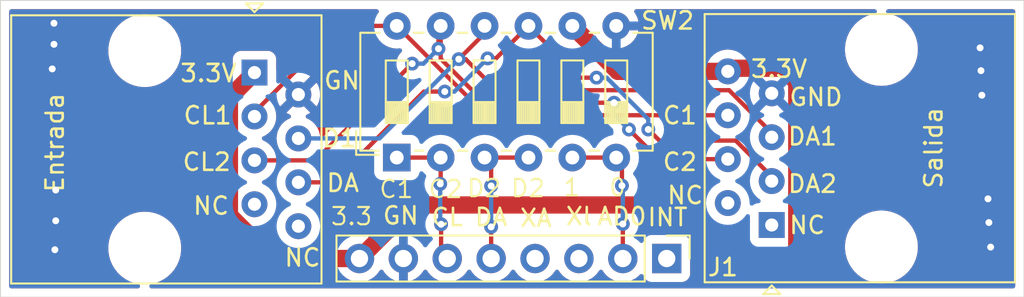
<source format=kicad_pcb>
(kicad_pcb (version 20211014) (generator pcbnew)
  (layers (0 "F.Cu" signal) (31 "B.Cu" signal) (34 "B.Paste" user) (35 "F.Paste" user) (36 "B.SilkS" user "B.Silkscreen") (37 "F.SilkS" user "F.Silkscreen") (38 "B.Mask" user) (39 "F.Mask" user) (44 "Edge.Cuts" user))
  (net 0 "")
  (net 1 "+3V3")
  (net 2 "GND")
  (net 3 "Net-(Entrada1-Pad3)")
  (net 4 "Net-(Entrada1-Pad4)")
  (net 5 "Net-(Entrada1-Pad5)")
  (net 6 "Net-(Entrada1-Pad6)")
  (net 10 "Net-(J1-Pad2)")
  (net 13 "Net-(J1-Pad5)")
  (net 14 "Net-(J1-Pad6)")
  (footprint "Connector_RJ:RJ45_Amphenol_54602-x08_Horizontal" (layer "F.Cu") (at 105.644 58.7655 90)
    (fp_text reference "Salida" (at 4.4603 9.3672 90) (layer "F.SilkS"))
    (fp_text value "RJ45")
    (fp_line (start -3.315 14.08) (end 12.205 14.08) (layer "F.SilkS") (width 0.12))
    (fp_line (start 12.205 -3.88) (end 12.205 14.08) (layer "F.SilkS") (width 0.12))
    (fp_line (start -3.5 0) (end -4 -0.5) (layer "F.SilkS") (width 0.12))
    (fp_line (start -4 0.5) (end -3.5 0) (layer "F.SilkS") (width 0.12))
    (fp_line (start -4 -0.5) (end -4 0.5) (layer "F.SilkS") (width 0.12))
    (fp_line (start -3.315 -3.88) (end -3.315 14.08) (layer "F.SilkS") (width 0.12))
    (fp_line (start 12.205 -3.88) (end -3.315 -3.88) (layer "F.SilkS") (width 0.12))
    (pad "" np_thru_hole circle (at -1.27 6.35 90) (size 3.2 3.2) (drill 3.2) (layers *.Cu *.Mask))
    (pad "" np_thru_hole circle (at 10.16 6.35 90) (size 3.2 3.2) (drill 3.2) (layers *.Cu *.Mask))
    (pad "1" thru_hole rect (at 0 0 90) (size 1.5 1.5) (drill 0.76) (layers *.Cu *.Mask))
    (pad "2" thru_hole circle (at 1.27 -2.54 90) (size 1.5 1.5) (drill 0.76) (layers *.Cu *.Mask))
    (pad "3" thru_hole circle (at 2.54 0 90) (size 1.5 1.5) (drill 0.76) (layers *.Cu *.Mask) (net 6 "Net-(Entrada1-Pad6)"))
    (pad "4" thru_hole circle (at 3.81 -2.54 90) (size 1.5 1.5) (drill 0.76) (layers *.Cu *.Mask) (net 5 "Net-(Entrada1-Pad5)"))
    (pad "5" thru_hole circle (at 5.08 0 90) (size 1.5 1.5) (drill 0.76) (layers *.Cu *.Mask) (net 4 "Net-(Entrada1-Pad4)"))
    (pad "6" thru_hole circle (at 6.35 -2.54 90) (size 1.5 1.5) (drill 0.76) (layers *.Cu *.Mask) (net 3 "Net-(Entrada1-Pad3)"))
    (pad "7" thru_hole circle (at 7.62 0 90) (size 1.5 1.5) (drill 0.76) (layers *.Cu *.Mask) (net 2 "GND"))
    (pad "8" thru_hole circle (at 8.89 -2.54 90) (size 1.5 1.5) (drill 0.76) (layers *.Cu *.Mask) (net 1 "+3V3"))
  )
  (footprint "Connector_RJ:RJ45_Amphenol_54602-x08_Horizontal" (layer "F.Cu") (at 75.712 49.9465 -90)
    (fp_text reference "Entrada" (at 4.0539 11.5516 90) (layer "F.SilkS"))
    (fp_text value "RJ45")
    (fp_line (start -4 -0.5) (end -4 0.5) (layer "F.SilkS") (width 0.12))
    (fp_line (start 12.205 -3.88) (end -3.315 -3.88) (layer "F.SilkS") (width 0.12))
    (fp_line (start -3.315 14.08) (end 12.205 14.08) (layer "F.SilkS") (width 0.12))
    (fp_line (start -3.315 -3.88) (end -3.315 14.08) (layer "F.SilkS") (width 0.12))
    (fp_line (start 12.205 -3.88) (end 12.205 14.08) (layer "F.SilkS") (width 0.12))
    (fp_line (start -3.5 0) (end -4 -0.5) (layer "F.SilkS") (width 0.12))
    (fp_line (start -4 0.5) (end -3.5 0) (layer "F.SilkS") (width 0.12))
    (pad "" np_thru_hole circle (at -1.27 6.35 270) (size 3.2 3.2) (drill 3.2) (layers *.Cu *.Mask))
    (pad "" np_thru_hole circle (at 10.16 6.35 270) (size 3.2 3.2) (drill 3.2) (layers *.Cu *.Mask))
    (pad "1" thru_hole rect (at 0 0 270) (size 1.5 1.5) (drill 0.76) (layers *.Cu *.Mask) (net 1 "+3V3"))
    (pad "2" thru_hole circle (at 1.27 -2.54 270) (size 1.5 1.5) (drill 0.76) (layers *.Cu *.Mask) (net 2 "GND"))
    (pad "3" thru_hole circle (at 2.54 0 270) (size 1.5 1.5) (drill 0.76) (layers *.Cu *.Mask) (net 3 "Net-(Entrada1-Pad3)"))
    (pad "4" thru_hole circle (at 3.81 -2.54 270) (size 1.5 1.5) (drill 0.76) (layers *.Cu *.Mask) (net 4 "Net-(Entrada1-Pad4)"))
    (pad "5" thru_hole circle (at 5.08 0 270) (size 1.5 1.5) (drill 0.76) (layers *.Cu *.Mask) (net 5 "Net-(Entrada1-Pad5)"))
    (pad "6" thru_hole circle (at 6.35 -2.54 270) (size 1.5 1.5) (drill 0.76) (layers *.Cu *.Mask) (net 6 "Net-(Entrada1-Pad6)"))
    (pad "7" thru_hole circle (at 7.62 0 270) (size 1.5 1.5) (drill 0.76) (layers *.Cu *.Mask))
    (pad "8" thru_hole circle (at 8.89 -2.54 270) (size 1.5 1.5) (drill 0.76) (layers *.Cu *.Mask))
  )
  (footprint "Connector_PinHeader_2.54mm:PinHeader_1x08_P2.54mm_Vertical" (layer "F.Cu") (at 99.568 60.706 -90)
    (fp_text reference "J1" (at 0.508 -3.2512) (layer "F.SilkS"))
    (fp_text value "Conn_01x08_Female")
    (fp_line (start -1.33 1.27) (end -1.33 19.11) (layer "F.SilkS") (width 0.12))
    (fp_line (start -1.33 0) (end -1.33 -1.33) (layer "F.SilkS") (width 0.12))
    (fp_line (start 1.33 1.27) (end 1.33 19.11) (layer "F.SilkS") (width 0.12))
    (fp_line (start -1.33 -1.33) (end 0 -1.33) (layer "F.SilkS") (width 0.12))
    (fp_line (start -1.33 1.27) (end 1.33 1.27) (layer "F.SilkS") (width 0.12))
    (fp_line (start -1.33 19.11) (end 1.33 19.11) (layer "F.SilkS") (width 0.12))
    (pad "1" thru_hole rect (at 0 0 270) (size 1.7 1.7) (drill 1) (layers *.Cu *.Mask))
    (pad "2" thru_hole oval (at 0 2.54 270) (size 1.7 1.7) (drill 1) (layers *.Cu *.Mask) (net 10 "Net-(J1-Pad2)"))
    (pad "3" thru_hole oval (at 0 5.08 270) (size 1.7 1.7) (drill 1) (layers *.Cu *.Mask))
    (pad "4" thru_hole oval (at 0 7.62 270) (size 1.7 1.7) (drill 1) (layers *.Cu *.Mask))
    (pad "5" thru_hole oval (at 0 10.16 270) (size 1.7 1.7) (drill 1) (layers *.Cu *.Mask) (net 13 "Net-(J1-Pad5)"))
    (pad "6" thru_hole oval (at 0 12.7 270) (size 1.7 1.7) (drill 1) (layers *.Cu *.Mask) (net 14 "Net-(J1-Pad6)"))
    (pad "7" thru_hole oval (at 0 15.24 270) (size 1.7 1.7) (drill 1) (layers *.Cu *.Mask) (net 2 "GND"))
    (pad "8" thru_hole oval (at 0 17.78 270) (size 1.7 1.7) (drill 1) (layers *.Cu *.Mask) (net 1 "+3V3"))
  )
  (footprint "Button_Switch_THT:SW_DIP_SPSTx06_Slide_6.7x16.8mm_W7.62mm_P2.54mm_LowProfile" (layer "F.Cu") (at 83.947 54.864 90)
    (fp_text reference "SW2" (at 7.9248 15.6718 180) (layer "F.SilkS"))
    (fp_text value "SW_DIP_x06")
    (fp_line (start 2 4.925) (end 3.206667 4.925) (layer "F.SilkS") (width 0.12))
    (fp_line (start 2 10.795) (end 5.62 10.795) (layer "F.SilkS") (width 0.12))
    (fp_line (start 2 5.405) (end 3.206667 5.405) (layer "F.SilkS") (width 0.12))
    (fp_line (start 2 9.645) (end 3.206667 9.645) (layer "F.SilkS") (width 0.12))
    (fp_line (start 2 7.345) (end 3.206667 7.345) (layer "F.SilkS") (width 0.12))
    (fp_line (start 2 2.985) (end 3.206667 2.985) (layer "F.SilkS") (width 0.12))
    (fp_line (start 2 -0.395) (end 3.206667 -0.395) (layer "F.SilkS") (width 0.12))
    (fp_line (start 2 7.945) (end 3.206667 7.945) (layer "F.SilkS") (width 0.12))
    (fp_line (start 2 -0.155) (end 3.206667 -0.155) (layer "F.SilkS") (width 0.12))
    (fp_line (start 2 7.825) (end 3.206667 7.825) (layer "F.SilkS") (width 0.12))
    (fp_line (start 7.221 11.15) (end 7.221 11.71) (layer "F.SilkS") (width 0.12))
    (fp_line (start 2 7.705) (end 3.206667 7.705) (layer "F.SilkS") (width 0.12))
    (fp_line (start 2 2.025) (end 3.206667 2.025) (layer "F.SilkS") (width 0.12))
    (fp_line (start 2 8.065) (end 3.206667 8.065) (layer "F.SilkS") (width 0.12))
    (fp_line (start 2 10.725) (end 3.206667 10.725) (layer "F.SilkS") (width 0.12))
    (fp_line (start 2 5.285) (end 3.206667 5.285) (layer "F.SilkS") (width 0.12))
    (fp_line (start 2 9.765) (end 3.206667 9.765) (layer "F.SilkS") (width 0.12))
    (fp_line (start 2 -0.275) (end 3.206667 -0.275) (layer "F.SilkS") (width 0.12))
    (fp_line (start 2 2.265) (end 3.206667 2.265) (layer "F.SilkS") (width 0.12))
    (fp_line (start 3.206667 6.985) (end 3.206667 8.255) (layer "F.SilkS") (width 0.12))
    (fp_line (start 2 13.025) (end 3.206667 13.025) (layer "F.SilkS") (width 0.12))
    (fp_line (start 2 5.645) (end 3.206667 5.645) (layer "F.SilkS") (width 0.12))
    (fp_line (start 2 3.105) (end 3.206667 3.105) (layer "F.SilkS") (width 0.12))
    (fp_line (start 0.4 -2.11) (end 0.4 -1.04) (layer "F.SilkS") (width 0.12))
    (fp_line (start 7.221 6.07) (end 7.221 6.631) (layer "F.SilkS") (width 0.12))
    (fp_line (start 2 12.785) (end 3.206667 12.785) (layer "F.SilkS") (width 0.12))
    (fp_line (start 3.206667 9.525) (end 3.206667 10.795) (layer "F.SilkS") (width 0.12))
    (fp_line (start 5.62 10.795) (end 5.62 9.525) (layer "F.SilkS") (width 0.12))
    (fp_line (start 2 1.905) (end 2 3.175) (layer "F.SilkS") (width 0.12))
    (fp_line (start 2 4.445) (end 2 5.715) (layer "F.SilkS") (width 0.12))
    (fp_line (start 2 7.585) (end 3.206667 7.585) (layer "F.SilkS") (width 0.12))
    (fp_line (start 7.221 13.69) (end 7.221 14.811) (layer "F.SilkS") (width 0.12))
    (fp_line (start 2 5.525) (end 3.206667 5.525) (layer "F.SilkS") (width 0.12))
    (fp_line (start 2 12.305) (end 3.206667 12.305) (layer "F.SilkS") (width 0.12))
    (fp_line (start 2 4.805) (end 3.206667 4.805) (layer "F.SilkS") (width 0.12))
    (fp_line (start 2 12.065) (end 2 13.335) (layer "F.SilkS") (width 0.12))
    (fp_line (start 2 0.205) (end 3.206667 0.205) (layer "F.SilkS") (width 0.12))
    (fp_line (start 2 12.665) (end 3.206667 12.665) (layer "F.SilkS") (width 0.12))
    (fp_line (start 2 4.565) (end 3.206667 4.565) (layer "F.SilkS") (width 0.12))
    (fp_line (start 2 8.255) (end 5.62 8.255) (layer "F.SilkS") (width 0.12))
    (fp_line (start 2 13.145) (end 3.206667 13.145) (layer "F.SilkS") (width 0.12))
    (fp_line (start 2 2.145) (end 3.206667 2.145) (layer "F.SilkS") (width 0.12))
    (fp_line (start 2 12.545) (end 3.206667 12.545) (layer "F.SilkS") (width 0.12))
    (fp_line (start 5.62 12.065) (end 2 12.065) (layer "F.SilkS") (width 0.12))
    (fp_line (start 0.4 14.811) (end 7.221 14.811) (layer "F.SilkS") (width 0.12))
    (fp_line (start 7.221 3.53) (end 7.221 4.091) (layer "F.SilkS") (width 0.12))
    (fp_line (start 2 12.905) (end 3.206667 12.905) (layer "F.SilkS") (width 0.12))
    (fp_line (start 0.16 -2.35) (end 0.16 -1.04) (layer "F.SilkS") (width 0.12))
    (fp_line (start 5.62 4.445) (end 2 4.445) (layer "F.SilkS") (width 0.12))
    (fp_line (start 5.62 -0.635) (end 2 -0.635) (layer "F.SilkS") (width 0.12))
    (fp_line (start 5.62 13.335) (end 5.62 12.065) (layer "F.SilkS") (width 0.12))
    (fp_line (start 2 0.565) (end 3.206667 0.565) (layer "F.SilkS") (width 0.12))
    (fp_line (start 2 -0.635) (end 2 0.635) (layer "F.SilkS") (width 0.12))
    (fp_line (start 0.4 13.69) (end 0.4 14.811) (layer "F.SilkS") (width 0.12))
    (fp_line (start 0.4 6.07) (end 0.4 6.631) (layer "F.SilkS") (width 0.12))
    (fp_line (start 2 10.605) (end 3.206667 10.605) (layer "F.SilkS") (width 0.12))
    (fp_line (start 0.4 3.53) (end 0.4 4.091) (layer "F.SilkS") (width 0.12))
    (fp_line (start 5.62 0.635) (end 5.62 -0.635) (layer "F.SilkS") (width 0.12))
    (fp_line (start 5.62 9.525) (end 2 9.525) (layer "F.SilkS") (width 0.12))
    (fp_line (start 2 9.525) (end 2 10.795) (layer "F.SilkS") (width 0.12))
    (fp_line (start 2 8.185) (end 3.206667 8.185) (layer "F.SilkS") (width 0.12))
    (fp_line (start 3.206667 -0.635) (end 3.206667 0.635) (layer "F.SilkS") (width 0.12))
    (fp_line (start 2 7.105) (end 3.206667 7.105) (layer "F.SilkS") (width 0.12))
    (fp_line (start 5.62 5.715) (end 5.62 4.445) (layer "F.SilkS") (width 0.12))
    (fp_line (start 2 13.335) (end 5.62 13.335) (layer "F.SilkS") (width 0.12))
    (fp_line (start 2 -0.515) (end 3.206667 -0.515) (layer "F.SilkS") (width 0.12))
    (fp_line (start 2 12.425) (end 3.206667 12.425) (layer "F.SilkS") (width 0.12))
    (fp_line (start 2 4.685) (end 3.206667 4.685) (layer "F.SilkS") (width 0.12))
    (fp_line (start 2 10.005) (end 3.206667 10.005) (layer "F.SilkS") (width 0.12))
    (fp_line (start 7.221 0.99) (end 7.221 1.551) (layer "F.SilkS") (width 0.12))
    (fp_line (start 0.4 8.61) (end 0.4 9.17) (layer "F.SilkS") (width 0.12))
    (fp_line (start 2 2.865) (end 3.206667 2.865) (layer "F.SilkS") (width 0.12))
    (fp_line (start 2 2.625) (end 3.206667 2.625) (layer "F.SilkS") (width 0.12))
    (fp_line (start 2 2.505) (end 3.206667 2.505) (layer "F.SilkS") (width 0.12))
    (fp_line (start 3.206667 1.905) (end 3.206667 3.175) (layer "F.SilkS") (width 0.12))
    (fp_line (start 5.62 3.175) (end 5.62 1.905) (layer "F.SilkS") (width 0.12))
    (fp_line (start 2 3.175) (end 5.62 3.175) (layer "F.SilkS") (width 0.12))
    (fp_line (start 5.62 8.255) (end 5.62 6.985) (layer "F.SilkS") (width 0.12))
    (fp_line (start 2 10.125) (end 3.206667 10.125) (layer "F.SilkS") (width 0.12))
    (fp_line (start 2 10.485) (end 3.206667 10.485) (layer "F.SilkS") (width 0.12))
    (fp_line (start 2 10.365) (end 3.206667 10.365) (layer "F.SilkS") (width 0.12))
    (fp_line (start 7.221 -2.11) (end 7.221 -0.99) (layer "F.SilkS") (width 0.12))
    (fp_line (start 3.206667 4.445) (end 3.206667 5.715) (layer "F.SilkS") (width 0.12))
    (fp_line (start 0.4 11.15) (end 0.4 11.71) (layer "F.SilkS") (width 0.12))
    (fp_line (start 5.62 1.905) (end 2 1.905) (layer "F.SilkS") (width 0.12))
    (fp_line (start 2 10.245) (end 3.206667 10.245) (layer "F.SilkS") (width 0.12))
    (fp_line (start 2 0.445) (end 3.206667 0.445) (layer "F.SilkS") (width 0.12))
    (fp_line (start 2 0.325) (end 3.206667 0.325) (layer "F.SilkS") (width 0.12))
    (fp_line (start 2 2.385) (end 3.206667 2.385) (layer "F.SilkS") (width 0.12))
    (fp_line (start 2 -0.035) (end 3.206667 -0.035) (layer "F.SilkS") (width 0.12))
    (fp_line (start 7.221 8.61) (end 7.221 9.17) (layer "F.SilkS") (width 0.12))
    (fp_line (start 0.4 1.04) (end 0.4 1.551) (layer "F.SilkS") (width 0.12))
    (fp_line (start 5.62 6.985) (end 2 6.985) (layer "F.SilkS") (width 0.12))
    (fp_line (start 2 6.985) (end 2 8.255) (layer "F.SilkS") (width 0.12))
    (fp_line (start 3.206667 12.065) (end 3.206667 13.335) (layer "F.SilkS") (width 0.12))
    (fp_line (start 2 7.225) (end 3.206667 7.225) (layer "F.SilkS") (width 0.12))
    (fp_line (start 0.16 -2.35) (end 1.543 -2.35) (layer "F.SilkS") (width 0.12))
    (fp_line (start 2 12.185) (end 3.206667 12.185) (layer "F.SilkS") (width 0.12))
    (fp_line (start 0.4 -2.11) (end 7.221 -2.11) (layer "F.SilkS") (width 0.12))
    (fp_line (start 2 0.085) (end 3.206667 0.085) (layer "F.SilkS") (width 0.12))
    (fp_line (start 2 5.165) (end 3.206667 5.165) (layer "F.SilkS") (width 0.12))
    (fp_line (start 2 5.715) (end 5.62 5.715) (layer "F.SilkS") (width 0.12))
    (fp_line (start 2 2.745) (end 3.206667 2.745) (layer "F.SilkS") (width 0.12))
    (fp_line (start 2 5.045) (end 3.206667 5.045) (layer "F.SilkS") (width 0.12))
    (fp_line (start 2 7.465) (end 3.206667 7.465) (layer "F.SilkS") (width 0.12))
    (fp_line (start 2 9.885) (end 3.206667 9.885) (layer "F.SilkS") (width 0.12))
    (fp_line (start 2 0.635) (end 5.62 0.635) (layer "F.SilkS") (width 0.12))
    (fp_line (start 2 13.265) (end 3.206667 13.265) (layer "F.SilkS") (width 0.12))
    (pad "1" thru_hole rect (at 0 0 90) (size 1.6 1.6) (drill 0.8) (layers *.Cu *.Mask) (net 14 "Net-(J1-Pad6)"))
    (pad "2" thru_hole oval (at 0 2.54 90) (size 1.6 1.6) (drill 0.8) (layers *.Cu *.Mask) (net 14 "Net-(J1-Pad6)"))
    (pad "3" thru_hole oval (at 0 5.08 90) (size 1.6 1.6) (drill 0.8) (layers *.Cu *.Mask) (net 13 "Net-(J1-Pad5)"))
    (pad "4" thru_hole oval (at 0 7.62 90) (size 1.6 1.6) (drill 0.8) (layers *.Cu *.Mask) (net 13 "Net-(J1-Pad5)"))
    (pad "5" thru_hole oval (at 0 10.16 90) (size 1.6 1.6) (drill 0.8) (layers *.Cu *.Mask) (net 10 "Net-(J1-Pad2)"))
    (pad "6" thru_hole oval (at 0 12.7 90) (size 1.6 1.6) (drill 0.8) (layers *.Cu *.Mask) (net 10 "Net-(J1-Pad2)"))
    (pad "7" thru_hole oval (at 7.62 12.7 90) (size 1.6 1.6) (drill 0.8) (layers *.Cu *.Mask) (net 2 "GND"))
    (pad "8" thru_hole oval (at 7.62 10.16 90) (size 1.6 1.6) (drill 0.8) (layers *.Cu *.Mask) (net 1 "+3V3"))
    (pad "9" thru_hole oval (at 7.62 7.62 90) (size 1.6 1.6) (drill 0.8) (layers *.Cu *.Mask) (net 6 "Net-(Entrada1-Pad6)"))
    (pad "10" thru_hole oval (at 7.62 5.08 90) (size 1.6 1.6) (drill 0.8) (layers *.Cu *.Mask) (net 4 "Net-(Entrada1-Pad4)"))
    (pad "11" thru_hole oval (at 7.62 2.54 90) (size 1.6 1.6) (drill 0.8) (layers *.Cu *.Mask) (net 5 "Net-(Entrada1-Pad5)"))
    (pad "12" thru_hole oval (at 7.62 0 90) (size 1.6 1.6) (drill 0.8) (layers *.Cu *.Mask) (net 3 "Net-(Entrada1-Pad3)"))
  )
  (gr_rect (start 61.0108 45.7708) (end 120.2436 62.9412) (layer "Edge.Cuts") (width 0.05) (fill none))
  (gr_text "CL1\n" (at 72.9996 52.4256) (layer "F.SilkS") (effects (font (size 1 1))))
  (gr_text "D2\n" (at 91.5416 56.642) (layer "F.SilkS") (effects (font (size 1 1) (thickness 0.125))))
  (gr_text "3.3V\n" (at 106.0704 49.7332) (layer "F.SilkS") (effects (font (size 1 1))))
  (gr_text "GN\n\n" (at 84.1756 59.0296) (layer "F.SilkS") (effects (font (size 1 1))))
  (gr_text "D1\n" (at 80.6196 53.7464) (layer "F.SilkS") (effects (font (size 1 1))))
  (gr_text "INT\n" (at 99.6188 58.3184) (layer "F.SilkS") (effects (font (size 1 1))))
  (gr_text "NC\n" (at 100.6348 57.0484) (layer "F.SilkS") (effects (font (size 1 1))))
  (gr_text "NC\n" (at 107.696 58.7756) (layer "F.SilkS") (effects (font (size 1 1))))
  (gr_text "C2\n" (at 86.7664 56.6928) (layer "F.SilkS") (effects (font (size 1 1) (thickness 0.125))))
  (gr_text "0\n" (at 96.7232 56.5912) (layer "F.SilkS") (effects (font (size 1 1) (thickness 0.125))))
  (gr_text "NC\n" (at 73.2028 57.658) (layer "F.SilkS") (effects (font (size 1 1))))
  (gr_text "DA" (at 80.8228 56.3372) (layer "F.SilkS") (effects (font (size 1 1))))
  (gr_text "3.3\n" (at 81.3308 58.2676) (layer "F.SilkS") (effects (font (size 1 1) (thickness 0.125))))
  (gr_text "D2\n" (at 89.0016 56.642) (layer "F.SilkS") (effects (font (size 1 1) (thickness 0.125))))
  (gr_text "GND\n\n" (at 108.204 52.1716) (layer "F.SilkS") (effects (font (size 1 1))))
  (gr_text "GN\n\n\n" (at 80.772 52.0192) (layer "F.SilkS") (effects (font (size 1 1))))
  (gr_text "AD0\n" (at 96.9772 58.2676) (layer "F.SilkS") (effects (font (size 1 1))))
  (gr_text "XA" (at 91.9988 58.3692) (layer "F.SilkS") (effects (font (size 1 1))))
  (gr_text "1\n" (at 94.0816 56.5912) (layer "F.SilkS") (effects (font (size 1 1) (thickness 0.125))))
  (gr_text "C1\n" (at 83.9216 56.6928) (layer "F.SilkS") (effects (font (size 1 1) (thickness 0.125))))
  (gr_text "3.3V\n" (at 73.0504 49.9872) (layer "F.SilkS") (effects (font (size 1 1))))
  (gr_text "C2\n" (at 100.33 55.118) (layer "F.SilkS") (effects (font (size 1 1))))
  (gr_text "DA1\n" (at 108.0008 53.6448) (layer "F.SilkS") (effects (font (size 1 1))))
  (gr_text "DA\n" (at 89.408 58.3184) (layer "F.SilkS") (effects (font (size 1 1))))
  (gr_text "Xl\n" (at 94.488 58.2676) (layer "F.SilkS") (effects (font (size 1 1))))
  (gr_text "DA2\n" (at 108.0008 56.388) (layer "F.SilkS") (effects (font (size 1 1))))
  (gr_text "CL\n" (at 86.868 58.3184) (layer "F.SilkS") (effects (font (size 1 1))))
  (gr_text "NC\n" (at 78.486 60.6552) (layer "F.SilkS") (effects (font (size 1 1))))
  (gr_text "C1\n" (at 100.33 52.4256) (layer "F.SilkS") (effects (font (size 1 1))))
  (gr_text "CL2\n" (at 72.9488 55.118) (layer "F.SilkS") (effects (font (size 1 1))))
  (segment (start 74.262489 58.209689) (end 76.7588 60.706) (width 1) (layer "F.Cu") (net 1))
  (segment (start 96.7385 49.8755) (end 94.107 47.244) (width 1) (layer "F.Cu") (net 1))
  (segment (start 74.262489 51.396011) (end 74.262489 58.209689) (width 1) (layer "F.Cu") (net 1))
  (segment (start 84.8868 57.6072) (end 100.2284 57.6072) (width 1) (layer "F.Cu") (net 1))
  (segment (start 103.104 49.8755) (end 96.7385 49.8755) (width 1) (layer "F.Cu") (net 1))
  (segment (start 106.602522 60.706) (end 107.093511 60.215011) (width 1) (layer "F.Cu") (net 1))
  (segment (start 81.788 60.706) (end 84.8868 57.6072) (width 1) (layer "F.Cu") (net 1))
  (segment (start 75.712 49.9465) (end 74.262489 51.396011) (width 1) (layer "F.Cu") (net 1))
  (segment (start 107.093511 60.215011) (end 107.093511 50.502311) (width 1) (layer "F.Cu") (net 1))
  (segment (start 100.2284 57.6072) (end 103.3272 60.706) (width 1) (layer "F.Cu") (net 1))
  (segment (start 107.093511 50.502311) (end 106.287189 49.695989) (width 1) (layer "F.Cu") (net 1))
  (segment (start 106.287189 49.695989) (end 103.283511 49.695989) (width 1) (layer "F.Cu") (net 1))
  (segment (start 103.283511 49.695989) (end 103.104 49.8755) (width 1) (layer "F.Cu") (net 1))
  (segment (start 76.7588 60.706) (end 81.788 60.706) (width 1) (layer "F.Cu") (net 1))
  (segment (start 103.3272 60.706) (end 106.602522 60.706) (width 1) (layer "F.Cu") (net 1))
  (via (at 118.3132 60.0456) (size 0.8) (drill 0.4) (layers "F.Cu" "B.Cu") (net 2))
  (via (at 64.2112 56.7436) (size 0.8) (drill 0.4) (layers "F.Cu" "B.Cu") (net 2))
  (via (at 117.8052 51.2572) (size 0.8) (drill 0.4) (layers "F.Cu" "B.Cu") (net 2))
  (via (at 118.2116 58.6232) (size 0.8) (drill 0.4) (layers "F.Cu" "B.Cu") (net 2))
  (via (at 64.2112 58.5216) (size 0.8) (drill 0.4) (layers "F.Cu" "B.Cu") (net 2))
  (via (at 64.008 49.7332) (size 0.8) (drill 0.4) (layers "F.Cu" "B.Cu") (net 2))
  (via (at 64.1096 47.0916) (size 0.8) (drill 0.4) (layers "F.Cu" "B.Cu") (net 2))
  (via (at 118.1608 57.2516) (size 0.8) (drill 0.4) (layers "F.Cu" "B.Cu") (net 2))
  (via (at 64.1096 48.3108) (size 0.8) (drill 0.4) (layers "F.Cu" "B.Cu") (net 2))
  (via (at 64.1604 60.198) (size 0.8) (drill 0.4) (layers "F.Cu" "B.Cu") (net 2))
  (via (at 117.7544 49.8348) (size 0.8) (drill 0.4) (layers "F.Cu" "B.Cu") (net 2))
  (via (at 117.7036 48.514) (size 0.8) (drill 0.4) (layers "F.Cu" "B.Cu") (net 2))
  (segment (start 89.1185 52.4155) (end 103.104 52.4155) (width 0.25) (layer "F.Cu") (net 3))
  (segment (start 80.704911 47.244) (end 83.947 47.244) (width 0.25) (layer "F.Cu") (net 3))
  (segment (start 75.712 52.236911) (end 80.704911 47.244) (width 0.25) (layer "F.Cu") (net 3))
  (segment (start 75.712 52.4865) (end 75.712 52.236911) (width 0.25) (layer "F.Cu") (net 3))
  (segment (start 83.947 47.244) (end 89.1185 52.4155) (width 0.25) (layer "F.Cu") (net 3))
  (segment (start 105.644 53.435911) (end 105.644 53.6855) (width 0.25) (layer "F.Cu") (net 4))
  (segment (start 87.533058 49.169742) (end 89.027 47.6758) (width 0.25) (layer "F.Cu") (net 4))
  (segment (start 103.174578 50.966489) (end 105.644 53.435911) (width 0.25) (layer "F.Cu") (net 4))
  (segment (start 89.027 47.6758) (end 89.027 47.244) (width 0.25) (layer "F.Cu") (net 4))
  (segment (start 87.533058 49.169742) (end 87.930142 49.169742) (width 0.25) (layer "F.Cu") (net 4))
  (segment (start 89.749511 50.966489) (end 103.174578 50.966489) (width 0.25) (layer "F.Cu") (net 4))
  (segment (start 87.930142 49.169742) (end 89.7128 50.9524) (width 0.25) (layer "F.Cu") (net 4))
  (via (at 87.533058 49.169742) (size 0.8) (drill 0.4) (layers "F.Cu" "B.Cu") (net 4))
  (segment (start 82.9463 53.7565) (end 87.533058 49.169742) (width 0.25) (layer "B.Cu") (net 4))
  (segment (start 78.252 53.7565) (end 82.9463 53.7565) (width 0.25) (layer "B.Cu") (net 4))
  (segment (start 99.1007 54.9555) (end 103.104 54.9555) (width 0.25) (layer "F.Cu") (net 5))
  (segment (start 86.487 47.244) (end 86.487 49.148282) (width 0.25) (layer "F.Cu") (net 5))
  (segment (start 89.279 51.691) (end 96.52 51.691) (width 0.25) (layer "F.Cu") (net 5))
  (segment (start 89.027359 51.688641) (end 89.230559 51.688641) (width 0.25) (layer "F.Cu") (net 5))
  (segment (start 86.36 47.371) (end 86.487 47.244) (width 0.25) (layer "F.Cu") (net 5))
  (segment (start 79.2379 55.0265) (end 84.836 49.4284) (width 0.25) (layer "F.Cu") (net 5))
  (segment (start 75.712 55.0265) (end 79.2379 55.0265) (width 0.25) (layer "F.Cu") (net 5))
  (segment (start 86.36 48.5648) (end 86.36 47.371) (width 0.25) (layer "F.Cu") (net 5))
  (segment (start 97.3836 53.2384) (end 99.1007 54.9555) (width 0.25) (layer "F.Cu") (net 5))
  (segment (start 86.487 49.148282) (end 89.027359 51.688641) (width 0.25) (layer "F.Cu") (net 5))
  (via (at 97.3836 53.2384) (size 0.8) (drill 0.4) (layers "F.Cu" "B.Cu") (net 5))
  (via (at 96.52 51.691) (size 0.8) (drill 0.4) (layers "F.Cu" "B.Cu") (net 5))
  (via (at 86.36 48.5648) (size 0.8) (drill 0.4) (layers "F.Cu" "B.Cu") (net 5))
  (via (at 84.836 49.4284) (size 0.8) (drill 0.4) (layers "F.Cu" "B.Cu") (net 5))
  (segment (start 84.836 49.4284) (end 85.4964 49.4284) (width 0.25) (layer "B.Cu") (net 5))
  (segment (start 96.52 52.3748) (end 97.3836 53.2384) (width 0.25) (layer "B.Cu") (net 5))
  (segment (start 96.52 51.691) (end 96.52 52.3748) (width 0.25) (layer "B.Cu") (net 5))
  (segment (start 85.4964 49.4284) (end 86.36 48.5648) (width 0.25) (layer "B.Cu") (net 5))
  (segment (start 94.5642 50.2412) (end 95.504 50.2412) (width 0.25) (layer "F.Cu") (net 6))
  (segment (start 103.563389 53.880989) (end 105.644 55.9616) (width 0.25) (layer "F.Cu") (net 6))
  (segment (start 80.265478 56.2965) (end 85.516378 51.0456) (width 0.25) (layer "F.Cu") (net 6))
  (segment (start 89.6874 49.1236) (end 91.567 47.244) (width 0.25) (layer "F.Cu") (net 6))
  (segment (start 78.252 56.2965) (end 80.265478 56.2965) (width 0.25) (layer "F.Cu") (net 6))
  (segment (start 91.567 47.244) (end 94.5642 50.2412) (width 0.25) (layer "F.Cu") (net 6))
  (segment (start 105.644 55.9616) (end 105.644 56.2255) (width 0.25) (layer "F.Cu") (net 6))
  (segment (start 99.143789 53.880989) (end 103.563389 53.880989) (width 0.25) (layer "F.Cu") (net 6))
  (segment (start 85.516378 51.0456) (end 86.724 51.0456) (width 0.25) (layer "F.Cu") (net 6))
  (segment (start 89.2048 49.1236) (end 89.6874 49.1236) (width 0.25) (layer "F.Cu") (net 6))
  (segment (start 98.5012 53.2384) (end 99.143789 53.880989) (width 0.25) (layer "F.Cu") (net 6))
  (via (at 89.2048 49.1236) (size 0.8) (drill 0.4) (layers "F.Cu" "B.Cu") (net 6))
  (via (at 86.724 51.0456) (size 0.8) (drill 0.4) (layers "F.Cu" "B.Cu") (net 6))
  (via (at 98.5012 53.2384) (size 0.8) (drill 0.4) (layers "F.Cu" "B.Cu") (net 6))
  (via (at 95.504 50.2412) (size 0.8) (drill 0.4) (layers "F.Cu" "B.Cu") (net 6))
  (segment (start 86.724 51.0456) (end 87.2828 51.0456) (width 0.25) (layer "B.Cu") (net 6))
  (segment (start 87.2828 51.0456) (end 89.2048 49.1236) (width 0.25) (layer "B.Cu") (net 6))
  (segment (start 96.094814 50.2412) (end 98.5012 52.647586) (width 0.25) (layer "B.Cu") (net 6))
  (segment (start 95.504 50.2412) (end 96.094814 50.2412) (width 0.25) (layer "B.Cu") (net 6))
  (segment (start 98.5012 52.647586) (end 98.5012 53.2384) (width 0.25) (layer "B.Cu") (net 6))
  (segment (start 97.028 60.706) (end 97.028 58.7067) (width 0.25) (layer "F.Cu") (net 10))
  (segment (start 96.9772 56.4896) (end 96.9772 55.1942) (width 0.25) (layer "F.Cu") (net 10))
  (segment (start 96.9772 55.1942) (end 96.647 54.864) (width 0.25) (layer "F.Cu") (net 10))
  (segment (start 94.107 54.864) (end 96.647 54.864) (width 0.25) (layer "F.Cu") (net 10))
  (via (at 97.028 58.7067) (size 0.8) (drill 0.4) (layers "F.Cu" "B.Cu") (net 10))
  (via (at 96.9772 56.4896) (size 0.8) (drill 0.4) (layers "F.Cu" "B.Cu") (net 10))
  (segment (start 97.028 56.5404) (end 96.9772 56.4896) (width 0.25) (layer "B.Cu") (net 10))
  (segment (start 97.028 58.7067) (end 97.028 56.5404) (width 0.25) (layer "B.Cu") (net 10))
  (segment (start 89.408 60.706) (end 89.408 58.8772) (width 0.25) (layer "F.Cu") (net 13))
  (segment (start 89.408 55.245) (end 89.027 54.864) (width 0.25) (layer "F.Cu") (net 13))
  (segment (start 89.408 56.5077) (end 89.408 55.245) (width 0.25) (layer "F.Cu") (net 13))
  (segment (start 91.567 54.864) (end 89.027 54.864) (width 0.25) (layer "F.Cu") (net 13))
  (via (at 89.408 56.5077) (size 0.8) (drill 0.4) (layers "F.Cu" "B.Cu") (net 13))
  (via (at 89.408 58.8772) (size 0.8) (drill 0.4) (layers "F.Cu" "B.Cu") (net 13))
  (segment (start 89.408 58.8772) (end 89.408 56.5077) (width 0.25) (layer "B.Cu") (net 13))
  (segment (start 86.5124 58.7248) (end 86.5124 60.3504) (width 0.25) (layer "F.Cu") (net 14))
  (segment (start 86.487 54.864) (end 86.487 56.3626) (width 0.25) (layer "F.Cu") (net 14))
  (segment (start 86.5124 60.3504) (end 86.868 60.706) (width 0.25) (layer "F.Cu") (net 14))
  (segment (start 83.947 54.864) (end 86.487 54.864) (width 0.25) (layer "F.Cu") (net 14))
  (segment (start 86.487 56.3626) (end 86.4616 56.388) (width 0.25) (layer "F.Cu") (net 14))
  (via (at 86.5124 58.7248) (size 0.8) (drill 0.4) (layers "F.Cu" "B.Cu") (net 14))
  (via (at 86.4616 56.388) (size 0.8) (drill 0.4) (layers "F.Cu" "B.Cu") (net 14))
  (segment (start 86.4616 56.388) (end 86.4616 58.674) (width 0.25) (layer "B.Cu") (net 14))
  (segment (start 86.4616 58.674) (end 86.5124 58.7248) (width 0.25) (layer "B.Cu") (net 14))
  (zone (net 2) (net_name "GND") (layer "F.Cu") (connect_pads (clearance 0.508)) (min_thickness 0.254) (fill yes (thermal_gap 0.508) (thermal_bridge_width 0.508))
    (polygon (pts (xy 120.142 62.484) (xy 61.214 62.5348) (xy 61.214 46.1772) (xy 120.0912 46.1772)))
  )
  (zone (net 2) (net_name "GND") (layer "B.Cu") (connect_pads (clearance 0.508)) (min_thickness 0.254) (fill yes (thermal_gap 0.508) (thermal_bridge_width 0.508))
    (polygon (pts (xy 120.0912 62.484) (xy 61.1632 62.5348) (xy 61.214 46.1772) (xy 120.142 46.1264)))
  )
)
</source>
